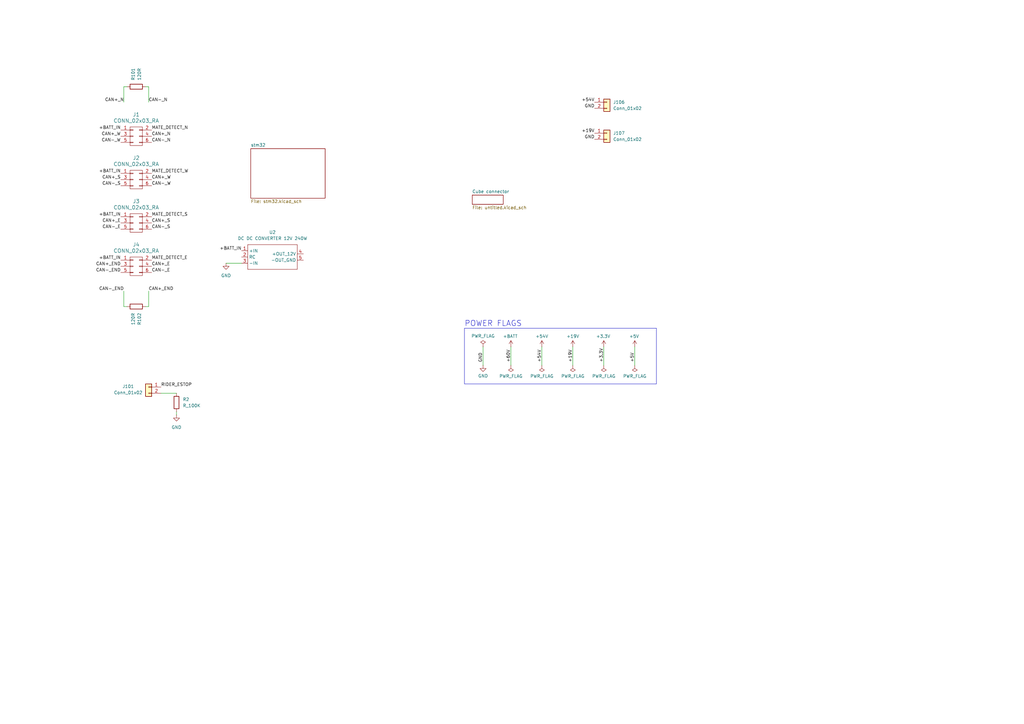
<source format=kicad_sch>
(kicad_sch (version 20250114) (generator "eeschema") (generator_version "9.0")
  (paper "A3")
  (lib_symbols
    (symbol "Connector_Generic:Conn_01x02" (pin_names (offset 1.016) (hide yes))
      (property "Reference" "J" (at 0 2.54 0))
      (property "Value" "Conn_01x02" (at 0 -5.08 0))
      (symbol "Conn_01x02_1_1"
        (rectangle (start -1.27 1.27) (end 1.27 -3.81) (stroke (width 0.254)) (fill (type background)))
        (rectangle (start -1.27 0.127) (end 0 -0.127) (stroke (width 0.1524)))
        (rectangle (start -1.27 -2.413) (end 0 -2.667) (stroke (width 0.1524)))
        (pin passive line (at -5.08 0 0) (length 3.81) (name "Pin_1") (number "1"))
        (pin passive line (at -5.08 -2.54 0) (length 3.81) (name "Pin_2") (number "2"))
      )
    )
    (symbol "OEM:120R" (pin_numbers (hide yes)) (pin_names (offset 0))
      (property "Reference" "R" (at 2.032 0 90))
      (property "Value" "120R" (at 0 0 90))
      (symbol "120R_0_1"
        (rectangle (start -1.016 -2.54) (end 1.016 2.54) (stroke (width 0.254)))
      )
      (symbol "120R_1_1"
        (pin passive line (at 0 3.81 270) (length 1.27) (name "~") (number "1"))
        (pin passive line (at 0 -3.81 90) (length 1.27) (name "~") (number "2"))
      )
    )
    (symbol "formula:CONN_02x03_RA" (pin_names (offset 0.254) (hide yes))
      (property "Reference" "J" (at 0 4.318 0))
      (property "Value" "CONN_02x03_RA" (at -0.254 -6.858 0))
      (symbol "CONN_02x03_RA_0_1"
        (rectangle (start -2.54 2.54) (end 2.54 -5.08))
        (rectangle (start -2.54 1.397) (end -1.27 1.143))
        (rectangle (start -2.54 -1.143) (end -1.27 -1.397))
        (rectangle (start -2.54 -3.683) (end -1.27 -3.937))
        (rectangle (start 1.27 1.397) (end 2.54 1.143))
        (rectangle (start 1.27 -1.143) (end 2.54 -1.397))
        (rectangle (start 1.27 -3.683) (end 2.54 -3.937))
      )
      (symbol "CONN_02x03_RA_1_1"
        (pin passive line (at -6.35 1.27 0) (length 3.81) (name "P1") (number "1"))
        (pin passive line (at -6.35 -1.27 0) (length 3.81) (name "P3") (number "3"))
        (pin passive line (at -6.35 -3.81 0) (length 3.81) (name "P5") (number "5"))
        (pin passive line (at 6.35 1.27 180) (length 3.81) (name "P2") (number "2"))
        (pin passive line (at 6.35 -1.27 180) (length 3.81) (name "P4") (number "4"))
        (pin passive line (at 6.35 -3.81 180) (length 3.81) (name "P6") (number "6"))
      )
      (symbol "CONN_02x03_RA_1_2"
        (polyline (pts (xy 5.08 2.54) (xy 5.08 -15.24)) (stroke (width 0.127)))
        (polyline (pts (xy 5.08 -15.24) (xy 12.7 -15.24)) (stroke (width 0.127)))
        (polyline (pts (xy 7.62 0) (xy 5.08 0)) (stroke (width 0.127)))
        (polyline (pts (xy 7.62 0) (xy 8.89 0.8467)) (stroke (width 0.127)))
        (polyline (pts (xy 7.62 0) (xy 8.89 -0.8467)) (stroke (width 0.127)))
        (polyline (pts (xy 7.62 -2.54) (xy 5.08 -2.54)) (stroke (width 0.127)))
        (polyline (pts (xy 7.62 -2.54) (xy 8.89 -1.6933)) (stroke (width 0.127)))
        (polyline (pts (xy 7.62 -2.54) (xy 8.89 -3.3867)) (stroke (width 0.127)))
        (polyline (pts (xy 7.62 -5.08) (xy 5.08 -5.08)) (stroke (width 0.127)))
        (polyline (pts (xy 7.62 -5.08) (xy 8.89 -4.2333)) (stroke (width 0.127)))
        (polyline (pts (xy 7.62 -5.08) (xy 8.89 -5.9267)) (stroke (width 0.127)))
        (polyline (pts (xy 7.62 -7.62) (xy 5.08 -7.62)) (stroke (width 0.127)))
        (polyline (pts (xy 7.62 -7.62) (xy 8.89 -6.7733)) (stroke (width 0.127)))
        (polyline (pts (xy 7.62 -7.62) (xy 8.89 -8.4667)) (stroke (width 0.127)))
        (polyline (pts (xy 7.62 -10.16) (xy 5.08 -10.16)) (stroke (width 0.127)))
        (polyline (pts (xy 7.62 -10.16) (xy 8.89 -9.3133)) (stroke (width 0.127)))
        (polyline (pts (xy 7.62 -10.16) (xy 8.89 -11.0067)) (stroke (width 0.127)))
        (polyline (pts (xy 7.62 -12.7) (xy 5.08 -12.7)) (stroke (width 0.127)))
        (polyline (pts (xy 7.62 -12.7) (xy 8.89 -11.8533)) (stroke (width 0.127)))
        (polyline (pts (xy 7.62 -12.7) (xy 8.89 -13.5467)) (stroke (width 0.127)))
        (polyline (pts (xy 12.7 2.54) (xy 5.08 2.54)) (stroke (width 0.127)))
        (polyline (pts (xy 12.7 -15.24) (xy 12.7 2.54)) (stroke (width 0.127)))
        (pin unspecified line (at 0 0 0) (length 5.08) (name "1") (number "1"))
        (pin unspecified line (at 0 -2.54 0) (length 5.08) (name "2") (number "2"))
        (pin unspecified line (at 0 -5.08 0) (length 5.08) (name "3") (number "3"))
        (pin unspecified line (at 0 -7.62 0) (length 5.08) (name "4") (number "4"))
        (pin unspecified line (at 0 -10.16 0) (length 5.08) (name "5") (number "5"))
        (pin unspecified line (at 0 -12.7 0) (length 5.08) (name "6") (number "6"))
      )
    )
    (symbol "formula:DC_DC_CONVERTER_12V_240W"
      (property "Reference" "U" (at 0 0 0))
      (property "Value" "DC DC CONVERTER 12V 240W" (at 0.254 -7.366 0))
      (symbol "DC_DC_CONVERTER_12V_240W_0_0"
        (pin power_in line (at -12.7 2.54 0) (length 2.54) (name "+IN") (number "1"))
        (pin input line (at -12.7 0 0) (length 2.54) (name "RC") (number "2"))
        (pin power_in line (at -12.7 -2.54 0) (length 2.54) (name "-IN") (number "3"))
        (pin power_out line (at 12.7 1.27 180) (length 2.54) (name "+OUT_12V") (number "4"))
        (pin power_out line (at 12.7 -1.27 180) (length 2.54) (name "-OUT_GND") (number "5"))
      )
      (symbol "DC_DC_CONVERTER_12V_240W_0_1"
        (rectangle (start -10.16 5.08) (end 10.16 -5.08))
      )
    )
    (symbol "formula:R_100K" (pin_numbers (hide yes)) (pin_names (offset 0))
      (property "Reference" "R" (at 2.032 0 90))
      (property "Value" "R_100K" (at -2.54 0 90))
      (symbol "R_100K_0_1"
        (rectangle (start -1.016 -2.54) (end 1.016 2.54) (stroke (width 0.254)))
      )
      (symbol "R_100K_1_1"
        (pin passive line (at 0 3.81 270) (length 1.27) (name "~") (number "1"))
        (pin passive line (at 0 -3.81 90) (length 1.27) (name "~") (number "2"))
      )
    )
    (symbol "power:+3.3V" (power) (pin_numbers (hide yes)) (pin_names (offset 0) (hide yes))
      (property "Value" "+3.3V" (at 0 3.556 0))
      (symbol "+3.3V_0_1"
        (polyline (pts (xy -0.762 1.27) (xy 0 2.54)))
        (polyline (pts (xy 0 2.54) (xy 0.762 1.27)))
        (polyline (pts (xy 0 0) (xy 0 2.54)))
      )
      (symbol "+3.3V_1_1"
        (pin power_in line (at 0 0 90) (length 0) (name "~") (number "1"))
      )
    )
    (symbol "power:+48V" (power) (pin_numbers (hide yes)) (pin_names (offset 0) (hide yes))
      (property "Value" "+48V" (at 0 3.556 0))
      (symbol "+48V_0_1"
        (polyline (pts (xy -0.762 1.27) (xy 0 2.54)))
        (polyline (pts (xy 0 2.54) (xy 0.762 1.27)))
        (polyline (pts (xy 0 0) (xy 0 2.54)))
      )
      (symbol "+48V_1_1"
        (pin power_in line (at 0 0 90) (length 0) (name "~") (number "1"))
      )
    )
    (symbol "power:+5V" (power) (pin_numbers (hide yes)) (pin_names (offset 0) (hide yes))
      (property "Value" "+5V" (at 0 3.556 0))
      (symbol "+5V_0_1"
        (polyline (pts (xy -0.762 1.27) (xy 0 2.54)))
        (polyline (pts (xy 0 2.54) (xy 0.762 1.27)))
        (polyline (pts (xy 0 0) (xy 0 2.54)))
      )
      (symbol "+5V_1_1"
        (pin power_in line (at 0 0 90) (length 0) (name "~") (number "1"))
      )
    )
    (symbol "power:+BATT" (power) (pin_numbers (hide yes)) (pin_names (offset 0) (hide yes))
      (property "Value" "+BATT" (at 0 3.556 0))
      (symbol "+BATT_0_1"
        (polyline (pts (xy -0.762 1.27) (xy 0 2.54)))
        (polyline (pts (xy 0 2.54) (xy 0.762 1.27)))
        (polyline (pts (xy 0 0) (xy 0 2.54)))
      )
      (symbol "+BATT_1_1"
        (pin power_in line (at 0 0 90) (length 0) (name "~") (number "1"))
      )
    )
    (symbol "power:GND" (power) (pin_numbers (hide yes)) (pin_names (offset 0) (hide yes))
      (property "Value" "GND" (at 0 -3.81 0))
      (symbol "GND_0_1"
        (polyline (pts (xy 0 0) (xy 0 -1.27) (xy 1.27 -1.27) (xy 0 -2.54) (xy -1.27 -1.27) (xy 0 -1.27)))
      )
      (symbol "GND_1_1"
        (pin power_in line (at 0 0 270) (length 0) (name "~") (number "1"))
      )
    )
    (symbol "power:PWR_FLAG" (power) (pin_numbers (hide yes)) (pin_names (offset 0) (hide yes))
      (property "Value" "PWR_FLAG" (at 0 3.81 0))
      (symbol "PWR_FLAG_0_0"
        (pin power_out line (at 0 0 90) (length 0) (name "pwr") (number "1"))
      )
      (symbol "PWR_FLAG_0_1"
        (polyline (pts (xy 0 0) (xy 0 1.27) (xy -1.016 1.905) (xy 0 2.54) (xy 1.016 1.905) (xy 0 1.27)))
      )
    )
  )
  (rectangle (start 190.5 134.62) (end 269.24 157.48))
  (text "POWER FLAGS\n" (at 190.5 134.112 0) (effects (font (size 2.2606 2.2606)) (justify left bottom)))
  (wire (pts (xy 66.04 161.29) (xy 72.39 161.29)))
  (wire (pts (xy 72.39 170.18) (xy 72.39 168.91)))
  (wire (pts (xy 60.96 35.56) (xy 59.69 35.56)))
  (wire (pts (xy 50.8 125.73) (xy 52.07 125.73)))
  (wire (pts (xy 50.8 119.38) (xy 50.8 125.73)))
  (wire (pts (xy 198.12 142.24) (xy 198.12 149.86)))
  (wire (pts (xy 50.8 41.91) (xy 50.8 35.56)))
  (wire (pts (xy 92.71 107.95) (xy 99.06 107.95)))
  (wire (pts (xy 234.95 142.24) (xy 234.95 149.86)))
  (wire (pts (xy 260.35 142.24) (xy 260.35 149.86)))
  (wire (pts (xy 222.25 142.24) (xy 222.25 149.86)))
  (wire (pts (xy 247.65 142.24) (xy 247.65 149.86)))
  (wire (pts (xy 209.55 142.24) (xy 209.55 149.86)))
  (wire (pts (xy 60.96 125.73) (xy 59.69 125.73)))
  (wire (pts (xy 60.96 119.38) (xy 60.96 125.73)))
  (wire (pts (xy 50.8 35.56) (xy 52.07 35.56)))
  (wire (pts (xy 60.96 41.91) (xy 60.96 35.56)))
  (label "CAN-_N" (at 62.23 58.42 0))
  (label "CAN+_W" (at 49.53 55.88 180))
  (label "+3.3V" (at 247.65 148.59 90))
  (label "CAN-_S" (at 62.23 93.98 0))
  (label "CAN-_END" (at 49.53 111.76 180))
  (label "CAN-_N" (at 60.96 41.91 0))
  (label "CAN-_END" (at 50.8 119.38 180))
  (label "+BATT_IN" (at 49.53 106.68 180))
  (label "CAN+_E" (at 49.53 91.44 180))
  (label "CAN-_W" (at 62.23 76.2 0))
  (label "RIDER_ESTOP" (at 66.04 158.75 0))
  (label "CAN+_W" (at 62.23 73.66 0))
  (label "CAN+_END" (at 60.96 119.38 0))
  (label "MATE_DETECT_S" (at 62.23 88.9 0))
  (label "CAN+_S" (at 62.23 91.44 0))
  (label "+BATT_IN" (at 49.53 71.12 180))
  (label "CAN+_N" (at 50.8 41.91 180))
  (label "GND" (at 198.12 148.59 90))
  (label "GND" (at 243.84 57.15 180))
  (label "CAN+_E" (at 62.23 109.22 0))
  (label "CAN-_E" (at 49.53 93.98 180))
  (label "CAN+_END" (at 49.53 109.22 180))
  (label "CAN-_W" (at 49.53 58.42 180))
  (label "+BATT_IN" (at 49.53 88.9 180))
  (label "GND" (at 243.84 44.45 180))
  (label "+54V" (at 243.84 41.91 180))
  (label "CAN-_S" (at 49.53 76.2 180))
  (label "+60V" (at 209.55 148.59 90))
  (label "MATE_DETECT_E" (at 62.23 106.68 0))
  (label "+5V" (at 260.35 148.59 90))
  (label "+BATT_IN" (at 99.06 102.87 180))
  (label "CAN-_E" (at 62.23 111.76 0))
  (label "CAN+_S" (at 49.53 73.66 180))
  (label "MATE_DETECT_N" (at 62.23 53.34 0))
  (label "MATE_DETECT_W" (at 62.23 71.12 0))
  (label "+19V" (at 234.95 148.59 90))
  (label "+BATT_IN" (at 49.53 53.34 180))
  (label "+54V" (at 222.25 148.59 90))
  (label "CAN+_N" (at 62.23 55.88 0))
  (label "+19V" (at 243.84 54.61 180))
  (symbol (lib_id "power:PWR_FLAG") (at 222.25 149.86 180) (unit 1)
    (property "Reference" "#FLG03" (effects (hide yes)))
    (property "Value" "PWR_FLAG" (at 222.25 154.2796 0))
  )
  (symbol (lib_id "power:+3.3V") (at 247.65 142.24 0) (unit 1)
    (property "Reference" "#PWR04" (effects (hide yes)))
    (property "Value" "+3.3V" (at 247.396 137.922 0))
    (property "Description" "Power symbol creates a global label with name \"+3.3V\"" (effects (hide yes)))
  )
  (symbol (lib_id "power:GND") (at 92.71 107.95 0) (unit 1)
    (property "Reference" "#PWR018" (effects (hide yes)))
    (property "Value" "GND" (at 92.71 113.03 0))
    (property "Description" "Power symbol creates a global label with name \"GND\" , ground" (effects (hide yes)))
  )
  (symbol (lib_id "power:PWR_FLAG") (at 247.65 149.86 180) (unit 1)
    (property "Reference" "#FLG101" (effects (hide yes)))
    (property "Value" "PWR_FLAG" (at 247.65 154.2796 0))
  )
  (symbol (lib_id "Connector_Generic:Conn_01x02") (at 248.92 41.91 0) (unit 1)
    (property "Reference" "J106" (at 251.46 41.9099 0) (effects (justify left)))
    (property "Value" "Conn_01x02" (at 251.46 44.4499 0) (effects (justify left)))
    (property "Description" "Generic connector, single row, 01x02, script generated (kicad-library-utils/schlib/autogen/connector/)" (effects (hide yes)))
  )
  (symbol (lib_id "Connector_Generic:Conn_01x02") (at 60.96 158.75 0) (mirror y) (unit 1)
    (property "Reference" "J101" (at 52.578 158.496 0))
    (property "Value" "Conn_01x02" (at 52.578 161.036 0))
    (property "Description" "Generic connector, single row, 01x02, script generated (kicad-library-utils/schlib/autogen/connector/)" (effects (hide yes)))
  )
  (symbol (lib_id "formula:CONN_02x03_RA") (at 55.88 90.17 0) (unit 1)
    (property "Reference" "J3" (at 55.88 82.55 0) (effects (font (size 1.524 1.524))))
    (property "Value" "CONN_02x03_RA" (at 55.88 85.09 0) (effects (font (size 1.524 1.524))))
    (property "Footprint" "footprints:CONN06_1724480006_MOL" (effects (hide yes)))
    (property "Datasheet" "https://www.molex.com/en-us/products/part-detail-pdf/1724480006?display=pdf" (effects (hide yes)))
    (property "Description" "Mini-Fit Jr. Connector Header Through Hole, Right Angle 6 position 0.165\" (4.20mm)" (effects (hide yes)))
    (property "MPN" "1724480006" (effects (hide yes)))
  )
  (symbol (lib_id "formula:CONN_02x03_RA") (at 55.88 72.39 0) (unit 1)
    (property "Reference" "J2" (at 55.88 64.77 0) (effects (font (size 1.524 1.524))))
    (property "Value" "CONN_02x03_RA" (at 55.88 67.31 0) (effects (font (size 1.524 1.524))))
    (property "Footprint" "CONN06_1724480006_MOL" (effects (hide yes)))
    (property "Datasheet" "https://www.molex.com/en-us/products/part-detail-pdf/1724480006?display=pdf" (effects (hide yes)))
    (property "Description" "Mini-Fit Jr. Connector Header Through Hole, Right Angle 6 position 0.165\" (4.20mm)" (effects (hide yes)))
    (property "MPN" "1724480006" (effects (hide yes)))
  )
  (symbol (lib_id "power:+48V") (at 234.95 142.24 0) (unit 1)
    (property "Reference" "#PWR103" (effects (hide yes)))
    (property "Value" "+19V" (at 234.95 137.922 0))
    (property "Description" "Power symbol creates a global label with name \"+19V\"" (effects (hide yes)))
  )
  (symbol (lib_id "power:+48V") (at 222.25 142.24 0) (unit 1)
    (property "Reference" "#PWR03" (effects (hide yes)))
    (property "Value" "+54V" (at 222.25 137.922 0))
    (property "Description" "Power symbol creates a global label with name \"+48V\"" (effects (hide yes)))
  )
  (symbol (lib_id "formula:CONN_02x03_RA") (at 55.88 107.95 0) (unit 1)
    (property "Reference" "J4" (at 55.88 100.33 0) (effects (font (size 1.524 1.524))))
    (property "Value" "CONN_02x03_RA" (at 55.88 102.87 0) (effects (font (size 1.524 1.524))))
    (property "Footprint" "CONN06_1724480006_MOL" (effects (hide yes)))
    (property "Datasheet" "https://www.molex.com/en-us/products/part-detail-pdf/1724480006?display=pdf" (effects (hide yes)))
    (property "Description" "Mini-Fit Jr. Connector Header Through Hole, Right Angle 6 position 0.165\" (4.20mm)" (effects (hide yes)))
    (property "MPN" "1724480006" (effects (hide yes)))
  )
  (symbol (lib_id "OEM:120R") (at 55.88 35.56 270) (unit 1)
    (property "Reference" "R101" (at 54.6099 33.02 0) (effects (justify right)))
    (property "Value" "120R" (at 57.1499 33.02 0) (effects (justify right)))
    (property "Footprint" "OEM:R_0603" (effects (hide yes)))
    (property "Datasheet" "https://www.yageo.com/upload/media/product/productsearch/datasheet/rchip/PYu-RC_Group_51_RoHS_L_12.pdf" (effects (hide yes)))
    (property "Description" "Resistor 120 ohm 0603 1/10W 1%" (effects (hide yes)))
    (property "MPN" "RC0603FR-13120RL" (effects (hide yes)))
    (property "MFN" "Yageo" (effects (hide yes)))
    (property "DKPN" "13-RC0603FR-13120RLDKR-ND" (effects (hide yes)))
    (property "Package" "0603" (effects (hide yes)))
    (property "NewDesigns" "YES" (effects (hide yes)))
    (property "Stocked" "Digi-Reel" (effects (hide yes)))
    (property "Style" "SMD" (effects (hide yes)))
  )
  (symbol (lib_id "power:GND") (at 198.12 149.86 0) (unit 1)
    (property "Reference" "#PWR101" (effects (hide yes)))
    (property "Value" "GND" (at 198.12 154.178 0))
    (property "Description" "Power symbol creates a global label with name \"GND\" , ground" (effects (hide yes)))
  )
  (symbol (lib_id "Connector_Generic:Conn_01x02") (at 248.92 54.61 0) (unit 1)
    (property "Reference" "J107" (at 251.46 54.6099 0) (effects (justify left)))
    (property "Value" "Conn_01x02" (at 251.46 57.1499 0) (effects (justify left)))
    (property "Description" "Generic connector, single row, 01x02, script generated (kicad-library-utils/schlib/autogen/connector/)" (effects (hide yes)))
  )
  (symbol (lib_id "OEM:120R") (at 55.88 125.73 90) (unit 1)
    (property "Reference" "R102" (at 57.1501 128.27 0) (effects (justify right)))
    (property "Value" "120R" (at 54.6101 128.27 0) (effects (justify right)))
    (property "Footprint" "OEM:R_0603" (effects (hide yes)))
    (property "Datasheet" "https://www.yageo.com/upload/media/product/productsearch/datasheet/rchip/PYu-RC_Group_51_RoHS_L_12.pdf" (effects (hide yes)))
    (property "Description" "Resistor 120 ohm 0603 1/10W 1%" (effects (hide yes)))
    (property "MPN" "RC0603FR-13120RL" (effects (hide yes)))
    (property "MFN" "Yageo" (effects (hide yes)))
    (property "DKPN" "13-RC0603FR-13120RLDKR-ND" (effects (hide yes)))
    (property "Package" "0603" (effects (hide yes)))
    (property "NewDesigns" "YES" (effects (hide yes)))
    (property "Stocked" "Digi-Reel" (effects (hide yes)))
    (property "Style" "SMD" (effects (hide yes)))
  )
  (symbol (lib_id "power:+5V") (at 260.35 142.24 0) (unit 1)
    (property "Reference" "#PWR01" (effects (hide yes)))
    (property "Value" "+5V" (at 260.096 137.922 0))
    (property "Description" "Power symbol creates a global label with name \"+5V\"" (effects (hide yes)))
  )
  (symbol (lib_id "formula:R_100K") (at 72.39 165.1 0) (unit 1)
    (property "Reference" "R2" (at 74.93 163.8299 0) (effects (justify left)))
    (property "Value" "R_100K" (at 74.93 166.3699 0) (effects (justify left)))
    (property "Footprint" "footprints:R_0805_OEM" (effects (hide yes)))
    (property "Datasheet" "https://industrial.panasonic.com/cdbs/www-data/pdf/RDA0000/AOA0000C304.pdf" (effects (hide yes)))
    (property "Description" "Resistor, 100K, 0.125W, 1%, 0805" (effects (hide yes)))
    (property "MFN" "DK" (effects (hide yes)))
    (property "MPN" "P100KCCT-ND" (effects (hide yes)))
    (property "PurchasingLink" "https://www.digikey.com/product-detail/en/panasonic-electronic-components/ERJ-6ENF1003V/P100KCCT-ND/119551" (effects (hide yes)))
  )
  (symbol (lib_id "power:PWR_FLAG") (at 260.35 149.86 180) (unit 1)
    (property "Reference" "#FLG01" (effects (hide yes)))
    (property "Value" "PWR_FLAG" (at 260.35 154.2796 0))
  )
  (symbol (lib_id "power:PWR_FLAG") (at 209.55 149.86 180) (unit 1)
    (property "Reference" "#FLG02" (effects (hide yes)))
    (property "Value" "PWR_FLAG" (at 209.55 154.2796 0))
  )
  (symbol (lib_id "power:GND") (at 72.39 170.18 0) (unit 1)
    (property "Reference" "#PWR016" (effects (hide yes)))
    (property "Value" "GND" (at 72.39 175.26 0))
    (property "Description" "Power symbol creates a global label with name \"GND\" , ground" (effects (hide yes)))
  )
  (symbol (lib_id "power:+BATT") (at 209.55 142.24 0) (unit 1)
    (property "Reference" "#PWR02" (effects (hide yes)))
    (property "Value" "+BATT" (at 209.296 137.922 0))
    (property "Description" "Power symbol creates a global label with name \"+BATT\"" (effects (hide yes)))
  )
  (symbol (lib_id "power:PWR_FLAG") (at 234.95 149.86 180) (unit 1)
    (property "Reference" "#FLG102" (effects (hide yes)))
    (property "Value" "PWR_FLAG" (at 234.95 154.2796 0))
  )
  (symbol (lib_id "formula:DC_DC_CONVERTER_12V_240W") (at 111.76 105.41 0) (unit 1)
    (property "Reference" "U2" (at 111.76 95.25 0))
    (property "Value" "DC DC CONVERTER 12V 240W" (at 111.76 97.79 0))
    (property "Datasheet" "https://flexpowermodules.com/resources/fpm-techspec-pkb4204" (effects (hide yes)))
    (property "Description" "Intermediate Bus Converter DC DC Converter 1 Output 12V 20A 40V - 75V Input" (effects (hide yes)))
  )
  (symbol (lib_id "formula:CONN_02x03_RA") (at 55.88 54.61 0) (unit 1)
    (property "Reference" "J1" (at 55.88 46.99 0) (effects (font (size 1.524 1.524))))
    (property "Value" "CONN_02x03_RA" (at 55.88 49.53 0) (effects (font (size 1.524 1.524))))
    (property "Footprint" "CONN06_1724480006_MOL" (effects (hide yes)))
    (property "Datasheet" "https://www.molex.com/en-us/products/part-detail-pdf/1724480006?display=pdf" (effects (hide yes)))
    (property "Description" "Mini-Fit Jr. Connector Header Through Hole, Right Angle 6 position 0.165\" (4.20mm)" (effects (hide yes)))
    (property "MPN" "1724480006" (effects (hide yes)))
  )
  (symbol (lib_id "power:PWR_FLAG") (at 198.12 142.24 0) (unit 1)
    (property "Reference" "#FLG103" (effects (hide yes)))
    (property "Value" "PWR_FLAG" (at 198.12 137.8204 0))
  )
  (sheet (at 193.675 80.01) (size 12.7 3.81) (stroke (width 0.1524))
    (property "Sheetname" "Cube connector" (at 193.675 79.2984 0) (effects (justify left bottom)))
    (property "Sheetfile" "untitled.kicad_sch" (at 193.675 84.4046 0) (effects (justify left top)))
  )
  (sheet (at 102.87 60.96) (size 30.48 20.32) (stroke (width 0.1524))
    (property "Sheetname" "stm32" (at 102.87 60.2484 0) (effects (justify left bottom)))
    (property "Sheetfile" "stm32.kicad_sch" (at 102.87 81.8646 0) (effects (justify left top)))
  )
)
</source>
